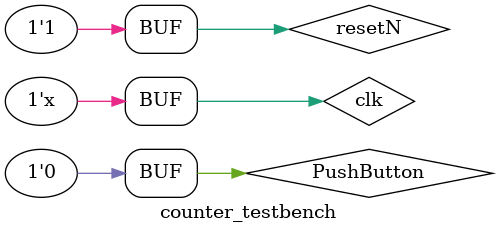
<source format=sv>
`timescale 1ns / 1ps

module counter_testbench();
  
    // We need to give values at the inputs, so we define them as registers  
	logic clk, resetN, PushButton;
	logic IncPulse_out;
	
	T1_design1 DUT_FSM(
		.clk,
		.resetN,
		.PushButton,
		.IncPulse_out
	);

	// generate a clock signal that inverts its value every five time units
	always  #1 clk=~clk;
	
	//here we assign values to the inputs
	initial begin
		clk = 1'b0;
		resetN = 1'b1;
		PushButton = 1'b0;
		#60 resetN = 1'b0;
		#30 resetN = 1'b1;
		#50 PushButton = 1'b1;
		#100 PushButton = 1'b0;
		#50 PushButton = 1'b1;
		#3  PushButton = 1'b0;
		#20 PushButton = 1'b1;
		#80 PushButton = 1'b0;
	end

endmodule
</source>
